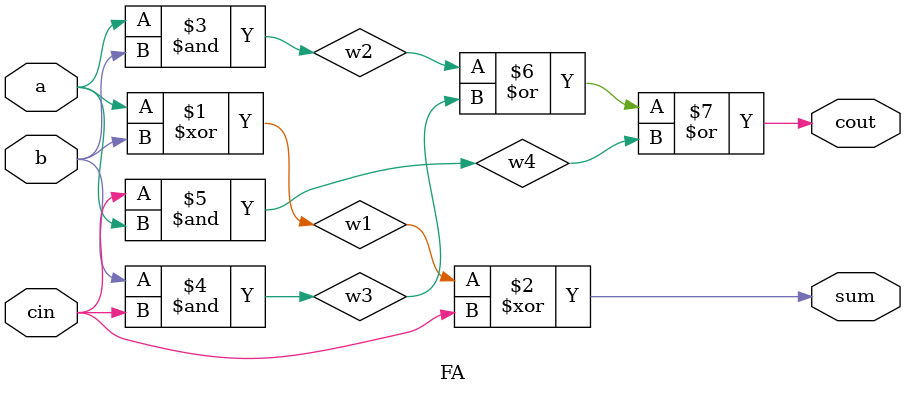
<source format=sv>
module FA(
    input a,b,cin,
    output sum,cout
);

wire w1,w2,w3,w4;       //Internal connections

xor(w1,a,b);
xor(sum,w1,cin);        //Sum output

and(w2,a,b);
and(w3,b,cin);
and(w4,cin,a);

or(cout,w2,w3,w4);     //carry output

endmodule
</source>
